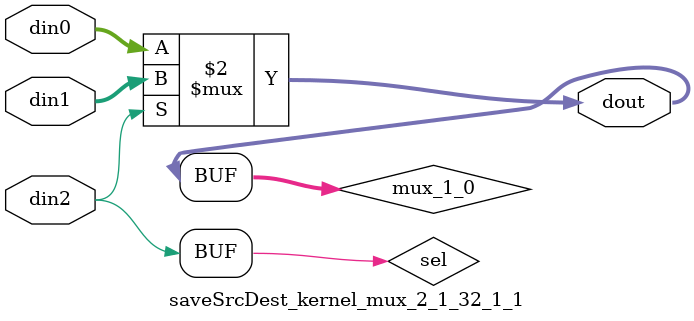
<source format=v>

`timescale 1ns/1ps

module saveSrcDest_kernel_mux_2_1_32_1_1 #(
parameter
    ID                = 0,
    NUM_STAGE         = 1,
    din0_WIDTH       = 32,
    din1_WIDTH       = 32,
    din2_WIDTH         = 32,
    dout_WIDTH            = 32
)(
    input  [31 : 0]     din0,
    input  [31 : 0]     din1,
    input  [0 : 0]    din2,
    output [31 : 0]   dout);

// puts internal signals
wire [0 : 0]     sel;
// level 1 signals
wire [31 : 0]         mux_1_0;

assign sel = din2;

// Generate level 1 logic
assign mux_1_0 = (sel[0] == 0)? din0 : din1;

// output logic
assign dout = mux_1_0;

endmodule

</source>
